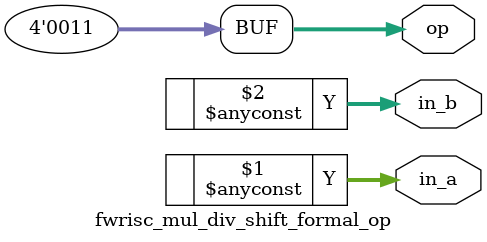
<source format=sv>

module fwrisc_mul_div_shift_formal_op(
		output[31:0]		in_a,
		output[31:0]		in_b,
		output[3:0]			op
		);
	
assign op = 4'b0011; // mul
//assign in_a = 32'd2;
//assign in_b = 32'd2;
assign in_a = $anyconst;
assign in_b = $anyconst;

endmodule
</source>
